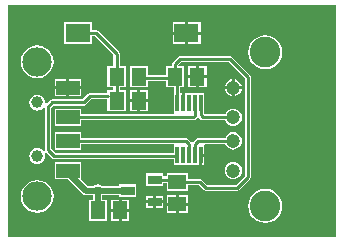
<source format=gtl>
G04 Layer_Physical_Order=1*
G04 Layer_Color=255*
%FSLAX23Y23*%
%MOIN*%
G70*
G01*
G75*
%ADD10R,0.012X0.055*%
%ADD11R,0.083X0.063*%
%ADD12R,0.051X0.059*%
%ADD13R,0.079X0.047*%
%ADD14R,0.059X0.051*%
%ADD15R,0.047X0.031*%
%ADD16C,0.020*%
%ADD17C,0.010*%
%ADD18C,0.102*%
%ADD19C,0.047*%
%ADD20C,0.098*%
%ADD21C,0.039*%
%ADD22C,0.031*%
G36*
X2335Y1090D02*
X1242D01*
Y1863D01*
X2335D01*
Y1090D01*
D02*
G37*
%LPC*%
G36*
X1759Y1228D02*
X1735D01*
Y1213D01*
X1759D01*
Y1228D01*
D02*
G37*
G36*
X1485Y1341D02*
X1397D01*
Y1284D01*
X1440D01*
X1489Y1234D01*
X1494Y1231D01*
X1500Y1230D01*
X1524D01*
Y1213D01*
X1510D01*
Y1144D01*
X1571D01*
Y1213D01*
X1555D01*
Y1230D01*
X1611D01*
Y1224D01*
X1668D01*
Y1266D01*
X1611D01*
Y1260D01*
X1554D01*
X1548Y1265D01*
X1540Y1266D01*
X1532Y1265D01*
X1525Y1260D01*
X1506D01*
X1487Y1279D01*
X1485Y1284D01*
X1485D01*
X1485Y1284D01*
Y1341D01*
D02*
G37*
G36*
X1725Y1228D02*
X1702D01*
Y1213D01*
X1725D01*
Y1228D01*
D02*
G37*
G36*
X1800Y1230D02*
X1770D01*
Y1204D01*
X1800D01*
Y1230D01*
D02*
G37*
G36*
X1840D02*
X1810D01*
Y1204D01*
X1840D01*
Y1230D01*
D02*
G37*
G36*
X1672Y1540D02*
X1647D01*
Y1510D01*
X1672D01*
Y1540D01*
D02*
G37*
G36*
X1708D02*
X1682D01*
Y1510D01*
X1708D01*
Y1540D01*
D02*
G37*
G36*
X1895Y1358D02*
X1889D01*
Y1331D01*
X1895D01*
Y1358D01*
D02*
G37*
G36*
X1980Y1695D02*
X1815D01*
X1811Y1694D01*
X1808Y1692D01*
X1790Y1675D01*
X1788Y1671D01*
X1787Y1668D01*
Y1660D01*
X1767D01*
Y1630D01*
X1708D01*
Y1660D01*
X1647D01*
Y1590D01*
X1708D01*
Y1610D01*
X1767D01*
Y1590D01*
X1795D01*
Y1569D01*
X1795D01*
Y1504D01*
X1795Y1504D01*
X1795D01*
X1795Y1504D01*
X1793Y1500D01*
X1485D01*
Y1518D01*
X1397D01*
Y1461D01*
X1485D01*
Y1479D01*
X1859D01*
X1863Y1480D01*
X1867Y1482D01*
X1872Y1487D01*
X1874Y1488D01*
X1878Y1488D01*
X1883Y1482D01*
X1887Y1480D01*
X1891Y1479D01*
X1965D01*
X1967Y1475D01*
X1971Y1469D01*
X1977Y1464D01*
X1984Y1461D01*
X1992Y1461D01*
X1999Y1461D01*
X2006Y1464D01*
X2012Y1469D01*
X2017Y1475D01*
X2020Y1482D01*
X2021Y1489D01*
X2020Y1497D01*
X2017Y1504D01*
X2012Y1510D01*
X2006Y1514D01*
X1999Y1517D01*
X1992Y1518D01*
X1984Y1517D01*
X1977Y1514D01*
X1971Y1510D01*
X1967Y1504D01*
X1965Y1500D01*
X1897D01*
X1895Y1504D01*
X1895Y1504D01*
X1895D01*
X1895Y1504D01*
Y1569D01*
X1830D01*
Y1537D01*
X1820D01*
Y1569D01*
X1816D01*
Y1590D01*
X1828D01*
Y1660D01*
X1811D01*
X1809Y1665D01*
X1819Y1675D01*
X1976D01*
X2030Y1621D01*
Y1294D01*
X2001Y1265D01*
X1904D01*
X1888Y1281D01*
X1885Y1284D01*
X1881Y1284D01*
X1840D01*
Y1305D01*
X1770D01*
Y1293D01*
X1759D01*
Y1303D01*
X1702D01*
Y1262D01*
X1759D01*
Y1272D01*
X1770D01*
Y1244D01*
X1840D01*
Y1264D01*
X1877D01*
X1893Y1248D01*
X1896Y1246D01*
X1900Y1245D01*
X2005D01*
X2009Y1246D01*
X2012Y1248D01*
X2047Y1283D01*
X2049Y1286D01*
X2050Y1290D01*
Y1625D01*
X2049Y1629D01*
X2047Y1632D01*
X1987Y1692D01*
X1984Y1694D01*
X1980Y1695D01*
D02*
G37*
G36*
X1992Y1341D02*
X1984Y1340D01*
X1977Y1337D01*
X1971Y1333D01*
X1967Y1327D01*
X1964Y1320D01*
X1963Y1312D01*
X1964Y1305D01*
X1967Y1298D01*
X1971Y1292D01*
X1977Y1287D01*
X1984Y1284D01*
X1992Y1283D01*
X1999Y1284D01*
X2006Y1287D01*
X2012Y1292D01*
X2017Y1298D01*
X2020Y1305D01*
X2021Y1312D01*
X2020Y1320D01*
X2017Y1327D01*
X2012Y1333D01*
X2006Y1337D01*
X1999Y1340D01*
X1992Y1341D01*
D02*
G37*
G36*
X1800Y1194D02*
X1770D01*
Y1169D01*
X1800D01*
Y1194D01*
D02*
G37*
G36*
X1840D02*
X1810D01*
Y1169D01*
X1840D01*
Y1194D01*
D02*
G37*
G36*
X1646Y1174D02*
X1620D01*
Y1144D01*
X1646D01*
Y1174D01*
D02*
G37*
G36*
X2098Y1250D02*
X2084Y1249D01*
X2070Y1243D01*
X2058Y1234D01*
X2049Y1222D01*
X2044Y1208D01*
X2042Y1194D01*
X2044Y1179D01*
X2049Y1165D01*
X2058Y1154D01*
X2070Y1145D01*
X2084Y1139D01*
X2098Y1137D01*
X2113Y1139D01*
X2127Y1145D01*
X2138Y1154D01*
X2147Y1165D01*
X2153Y1179D01*
X2155Y1194D01*
X2153Y1208D01*
X2147Y1222D01*
X2138Y1234D01*
X2127Y1243D01*
X2113Y1249D01*
X2098Y1250D01*
D02*
G37*
G36*
X1610Y1174D02*
X1585D01*
Y1144D01*
X1610D01*
Y1174D01*
D02*
G37*
G36*
X1725Y1203D02*
X1702D01*
Y1187D01*
X1725D01*
Y1203D01*
D02*
G37*
G36*
X1759D02*
X1735D01*
Y1187D01*
X1759D01*
Y1203D01*
D02*
G37*
G36*
X1646Y1213D02*
X1620D01*
Y1184D01*
X1646D01*
Y1213D01*
D02*
G37*
G36*
X1339Y1280D02*
X1324Y1278D01*
X1311Y1273D01*
X1300Y1264D01*
X1291Y1253D01*
X1286Y1240D01*
X1284Y1226D01*
X1286Y1211D01*
X1291Y1198D01*
X1300Y1187D01*
X1311Y1178D01*
X1324Y1173D01*
X1339Y1171D01*
X1353Y1173D01*
X1366Y1178D01*
X1377Y1187D01*
X1386Y1198D01*
X1391Y1211D01*
X1393Y1226D01*
X1391Y1240D01*
X1386Y1253D01*
X1377Y1264D01*
X1366Y1273D01*
X1353Y1278D01*
X1339Y1280D01*
D02*
G37*
G36*
X1610Y1213D02*
X1585D01*
Y1184D01*
X1610D01*
Y1213D01*
D02*
G37*
G36*
X1867Y1660D02*
X1842D01*
Y1630D01*
X1867D01*
Y1660D01*
D02*
G37*
G36*
X1903D02*
X1877D01*
Y1630D01*
X1903D01*
Y1660D01*
D02*
G37*
G36*
X1339Y1729D02*
X1324Y1727D01*
X1311Y1722D01*
X1300Y1713D01*
X1291Y1702D01*
X1286Y1689D01*
X1284Y1674D01*
X1286Y1660D01*
X1291Y1647D01*
X1300Y1636D01*
X1311Y1627D01*
X1324Y1622D01*
X1339Y1620D01*
X1353Y1622D01*
X1366Y1627D01*
X1377Y1636D01*
X1386Y1647D01*
X1391Y1660D01*
X1393Y1674D01*
X1391Y1689D01*
X1386Y1702D01*
X1377Y1713D01*
X1366Y1722D01*
X1353Y1727D01*
X1339Y1729D01*
D02*
G37*
G36*
X1987Y1616D02*
X1984Y1616D01*
X1977Y1613D01*
X1971Y1608D01*
X1967Y1602D01*
X1964Y1595D01*
X1963Y1593D01*
X1987D01*
Y1616D01*
D02*
G37*
G36*
X1997D02*
Y1593D01*
X2020D01*
X2020Y1595D01*
X2017Y1602D01*
X2012Y1608D01*
X2006Y1613D01*
X1999Y1616D01*
X1997Y1616D01*
D02*
G37*
G36*
X1831Y1806D02*
X1790D01*
Y1775D01*
X1831D01*
Y1806D01*
D02*
G37*
G36*
X1883D02*
X1841D01*
Y1775D01*
X1883D01*
Y1806D01*
D02*
G37*
G36*
Y1765D02*
X1841D01*
Y1734D01*
X1883D01*
Y1765D01*
D02*
G37*
G36*
X2098Y1763D02*
X2084Y1761D01*
X2070Y1755D01*
X2058Y1746D01*
X2049Y1735D01*
X2044Y1721D01*
X2042Y1706D01*
X2044Y1692D01*
X2049Y1678D01*
X2058Y1666D01*
X2070Y1657D01*
X2084Y1651D01*
X2098Y1650D01*
X2113Y1651D01*
X2127Y1657D01*
X2138Y1666D01*
X2147Y1678D01*
X2153Y1692D01*
X2155Y1706D01*
X2153Y1721D01*
X2147Y1735D01*
X2138Y1746D01*
X2127Y1755D01*
X2113Y1761D01*
X2098Y1763D01*
D02*
G37*
G36*
X1831Y1765D02*
X1790D01*
Y1734D01*
X1831D01*
Y1765D01*
D02*
G37*
G36*
X1485Y1616D02*
X1446D01*
Y1593D01*
X1485D01*
Y1616D01*
D02*
G37*
G36*
X1436Y1583D02*
X1397D01*
Y1559D01*
X1436D01*
Y1583D01*
D02*
G37*
G36*
X1485D02*
X1446D01*
Y1559D01*
X1485D01*
Y1583D01*
D02*
G37*
G36*
X1708Y1580D02*
X1682D01*
Y1550D01*
X1708D01*
Y1580D01*
D02*
G37*
G36*
X1520Y1806D02*
X1427D01*
Y1734D01*
X1520D01*
Y1760D01*
X1531D01*
X1592Y1698D01*
Y1660D01*
X1572D01*
Y1590D01*
X1592D01*
Y1580D01*
X1572D01*
Y1570D01*
X1515D01*
X1511Y1569D01*
X1508Y1567D01*
X1489Y1549D01*
X1389D01*
X1385Y1548D01*
X1381Y1546D01*
X1370Y1534D01*
X1365Y1537D01*
X1365Y1539D01*
X1365Y1546D01*
X1362Y1552D01*
X1358Y1558D01*
X1352Y1562D01*
X1346Y1565D01*
X1339Y1565D01*
X1332Y1565D01*
X1325Y1562D01*
X1320Y1558D01*
X1315Y1552D01*
X1313Y1546D01*
X1312Y1539D01*
X1313Y1532D01*
X1315Y1525D01*
X1320Y1520D01*
X1325Y1515D01*
X1332Y1513D01*
X1339Y1512D01*
X1346Y1513D01*
X1352Y1515D01*
X1358Y1520D01*
X1360Y1522D01*
X1365Y1521D01*
Y1380D01*
X1365Y1379D01*
X1360Y1377D01*
X1358Y1380D01*
X1352Y1385D01*
X1346Y1387D01*
X1339Y1388D01*
X1332Y1387D01*
X1325Y1385D01*
X1320Y1380D01*
X1315Y1375D01*
X1313Y1368D01*
X1312Y1361D01*
X1313Y1354D01*
X1315Y1348D01*
X1320Y1342D01*
X1325Y1338D01*
X1332Y1335D01*
X1339Y1335D01*
X1346Y1335D01*
X1352Y1338D01*
X1358Y1342D01*
X1362Y1348D01*
X1365Y1354D01*
X1365Y1361D01*
X1365Y1368D01*
X1364Y1370D01*
X1368Y1373D01*
X1389Y1352D01*
X1392Y1350D01*
X1396Y1349D01*
X1795D01*
Y1331D01*
X1879D01*
Y1363D01*
X1884D01*
Y1368D01*
X1895D01*
Y1396D01*
X1895Y1396D01*
X1895D01*
X1895Y1396D01*
X1897Y1400D01*
X1965D01*
X1967Y1396D01*
X1971Y1390D01*
X1977Y1386D01*
X1984Y1383D01*
X1992Y1382D01*
X1999Y1383D01*
X2006Y1386D01*
X2012Y1390D01*
X2017Y1396D01*
X2020Y1403D01*
X2021Y1411D01*
X2020Y1418D01*
X2017Y1425D01*
X2012Y1431D01*
X2006Y1436D01*
X1999Y1439D01*
X1992Y1439D01*
X1984Y1439D01*
X1977Y1436D01*
X1971Y1431D01*
X1967Y1425D01*
X1965Y1421D01*
X1876D01*
X1872Y1420D01*
X1868Y1418D01*
X1858Y1407D01*
X1855Y1407D01*
X1853Y1407D01*
X1852Y1408D01*
X1841Y1418D01*
X1838Y1420D01*
X1834Y1421D01*
X1485D01*
Y1439D01*
X1397D01*
Y1382D01*
X1485D01*
Y1401D01*
X1794D01*
X1795Y1396D01*
X1795Y1396D01*
X1795Y1396D01*
Y1369D01*
X1400D01*
X1385Y1384D01*
Y1521D01*
X1393Y1528D01*
X1494D01*
X1497Y1529D01*
X1501Y1531D01*
X1519Y1550D01*
X1572D01*
Y1510D01*
X1633D01*
Y1580D01*
X1613D01*
Y1590D01*
X1633D01*
Y1660D01*
X1613D01*
Y1702D01*
X1612Y1706D01*
X1610Y1710D01*
X1542Y1777D01*
X1539Y1779D01*
X1535Y1780D01*
X1520D01*
Y1806D01*
D02*
G37*
G36*
X1672Y1580D02*
X1647D01*
Y1550D01*
X1672D01*
Y1580D01*
D02*
G37*
G36*
X1903Y1620D02*
X1877D01*
Y1590D01*
X1903D01*
Y1620D01*
D02*
G37*
G36*
X1436Y1616D02*
X1397D01*
Y1593D01*
X1436D01*
Y1616D01*
D02*
G37*
G36*
X1867Y1620D02*
X1842D01*
Y1590D01*
X1867D01*
Y1620D01*
D02*
G37*
G36*
X1987Y1583D02*
X1963D01*
X1964Y1580D01*
X1967Y1573D01*
X1971Y1567D01*
X1977Y1563D01*
X1984Y1560D01*
X1987Y1560D01*
Y1583D01*
D02*
G37*
G36*
X2020D02*
X1997D01*
Y1560D01*
X1999Y1560D01*
X2006Y1563D01*
X2012Y1567D01*
X2017Y1573D01*
X2020Y1580D01*
X2020Y1583D01*
D02*
G37*
%LPD*%
D10*
X1825Y1363D02*
D03*
X1845D02*
D03*
X1865D02*
D03*
X1845Y1537D02*
D03*
X1865D02*
D03*
X1884D02*
D03*
Y1363D02*
D03*
X1806D02*
D03*
X1825Y1537D02*
D03*
X1806D02*
D03*
D11*
X1836Y1770D02*
D03*
X1474D02*
D03*
D12*
X1798Y1625D02*
D03*
X1872D02*
D03*
X1677D02*
D03*
X1603D02*
D03*
X1541Y1179D02*
D03*
X1615D02*
D03*
X1677Y1545D02*
D03*
X1603D02*
D03*
D13*
X1441Y1411D02*
D03*
Y1489D02*
D03*
Y1312D02*
D03*
Y1588D02*
D03*
D14*
X1805Y1199D02*
D03*
Y1274D02*
D03*
D15*
X1640Y1245D02*
D03*
X1730Y1282D02*
D03*
X1730Y1208D02*
D03*
D16*
X1540Y1195D02*
X1555Y1180D01*
X1540Y1245D02*
X1628D01*
X1500D02*
X1540D01*
X1441Y1304D02*
Y1312D01*
Y1304D02*
X1500Y1245D01*
X1540Y1195D02*
Y1245D01*
D17*
X1603Y1545D02*
Y1625D01*
Y1702D01*
X1535Y1770D02*
X1603Y1702D01*
X1474Y1770D02*
X1535D01*
X1730Y1282D02*
X1805D01*
X2040Y1290D02*
Y1625D01*
X1805Y1274D02*
X1881D01*
X1900Y1255D01*
X2005D01*
X2040Y1290D01*
X1834Y1411D02*
X1845Y1400D01*
X1441Y1411D02*
X1834D01*
X1441Y1411D02*
X1441Y1411D01*
X1801Y1359D02*
X1806Y1363D01*
X1396Y1359D02*
X1801D01*
X1375Y1380D02*
X1396Y1359D01*
X1389Y1539D02*
X1494D01*
X1980Y1685D02*
X2040Y1625D01*
X1375Y1380D02*
Y1525D01*
X1389Y1539D01*
X1677Y1620D02*
X1798D01*
X1815Y1685D02*
X1980D01*
X1798Y1668D02*
X1815Y1685D01*
X1798Y1620D02*
Y1668D01*
X1876Y1411D02*
X1992D01*
X1865Y1400D02*
X1876Y1411D01*
X1865Y1363D02*
Y1400D01*
X1845Y1363D02*
Y1400D01*
X1806Y1537D02*
Y1612D01*
X1884Y1496D02*
X1891Y1489D01*
X1441D02*
X1859D01*
X1865Y1495D02*
Y1537D01*
X1859Y1489D02*
X1865Y1495D01*
X1884Y1496D02*
Y1537D01*
X1891Y1489D02*
X1991D01*
X1407Y1480D02*
X1463D01*
X1494Y1539D02*
X1515Y1560D01*
X1575D01*
D18*
X2098Y1706D02*
D03*
Y1194D02*
D03*
D19*
X1992Y1588D02*
D03*
Y1489D02*
D03*
Y1411D02*
D03*
Y1312D02*
D03*
D20*
X1339Y1226D02*
D03*
Y1674D02*
D03*
D21*
Y1361D02*
D03*
Y1539D02*
D03*
D22*
X1930Y1325D02*
D03*
X1540Y1245D02*
D03*
X1535Y1520D02*
D03*
X1930Y1450D02*
D03*
Y1380D02*
D03*
Y1520D02*
D03*
X1535Y1450D02*
D03*
X1725D02*
D03*
Y1520D02*
D03*
X1535Y1325D02*
D03*
X1725D02*
D03*
Y1385D02*
D03*
X1535D02*
D03*
M02*

</source>
